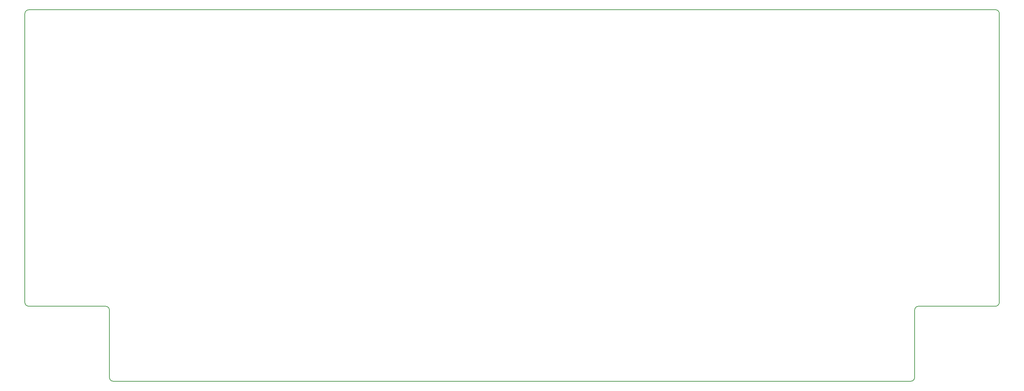
<source format=gbr>
%TF.GenerationSoftware,KiCad,Pcbnew,(5.1.9)-1*%
%TF.CreationDate,2021-01-25T12:39:42+01:00*%
%TF.ProjectId,FriedrichPCB,46726965-6472-4696-9368-5043422e6b69,rev?*%
%TF.SameCoordinates,Original*%
%TF.FileFunction,Profile,NP*%
%FSLAX46Y46*%
G04 Gerber Fmt 4.6, Leading zero omitted, Abs format (unit mm)*
G04 Created by KiCad (PCBNEW (5.1.9)-1) date 2021-01-25 12:39:42*
%MOMM*%
%LPD*%
G01*
G04 APERTURE LIST*
%TA.AperFunction,Profile*%
%ADD10C,0.200000*%
%TD*%
G04 APERTURE END LIST*
D10*
X25374600Y-48717200D02*
G75*
G02*
X26374600Y-47717200I1000000J0D01*
G01*
X26365200Y-122885200D02*
G75*
G02*
X25365200Y-121885200I0J1000000D01*
G01*
X271008600Y-47691800D02*
G75*
G02*
X272008600Y-48691800I0J-1000000D01*
G01*
X272018000Y-121885200D02*
G75*
G02*
X271018000Y-122885200I-1000000J0D01*
G01*
X250583700Y-140919200D02*
G75*
G02*
X249583700Y-141919200I-1000000J0D01*
G01*
X47786800Y-141919200D02*
G75*
G02*
X46786800Y-140919200I0J1000000D01*
G01*
X249583700Y-141919200D02*
X47786800Y-141919200D01*
X250583700Y-123885200D02*
G75*
G02*
X251583700Y-122885200I1000000J0D01*
G01*
X271018000Y-122885200D02*
X251583700Y-122885200D01*
X272008600Y-48691800D02*
X272018000Y-121885200D01*
X26374600Y-47717200D02*
X271008600Y-47691800D01*
X250583700Y-123885200D02*
X250583700Y-140919200D01*
X45796200Y-122885200D02*
G75*
G02*
X46796200Y-123885200I0J-1000000D01*
G01*
X46786800Y-140919200D02*
X46796200Y-123885200D01*
X25365200Y-121885200D02*
X25374600Y-48717200D01*
X45796200Y-122885200D02*
X26365200Y-122885200D01*
M02*

</source>
